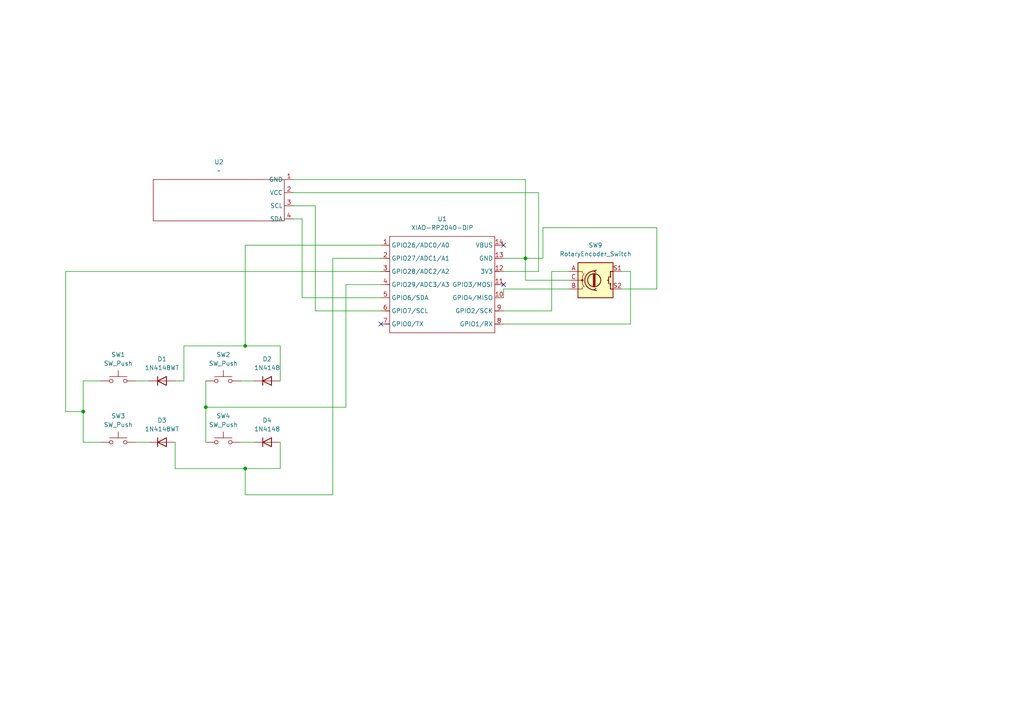
<source format=kicad_sch>
(kicad_sch
	(version 20250114)
	(generator "eeschema")
	(generator_version "9.0")
	(uuid "e1a46379-f17f-40ab-9f5d-dcbcc68f4534")
	(paper "A4")
	(lib_symbols
		(symbol "Device:RotaryEncoder_Switch"
			(pin_names
				(offset 0.254)
				(hide yes)
			)
			(exclude_from_sim no)
			(in_bom yes)
			(on_board yes)
			(property "Reference" "SW"
				(at 0 6.604 0)
				(effects
					(font
						(size 1.27 1.27)
					)
				)
			)
			(property "Value" "RotaryEncoder_Switch"
				(at 0 -6.604 0)
				(effects
					(font
						(size 1.27 1.27)
					)
				)
			)
			(property "Footprint" ""
				(at -3.81 4.064 0)
				(effects
					(font
						(size 1.27 1.27)
					)
					(hide yes)
				)
			)
			(property "Datasheet" "~"
				(at 0 6.604 0)
				(effects
					(font
						(size 1.27 1.27)
					)
					(hide yes)
				)
			)
			(property "Description" "Rotary encoder, dual channel, incremental quadrate outputs, with switch"
				(at 0 0 0)
				(effects
					(font
						(size 1.27 1.27)
					)
					(hide yes)
				)
			)
			(property "ki_keywords" "rotary switch encoder switch push button"
				(at 0 0 0)
				(effects
					(font
						(size 1.27 1.27)
					)
					(hide yes)
				)
			)
			(property "ki_fp_filters" "RotaryEncoder*Switch*"
				(at 0 0 0)
				(effects
					(font
						(size 1.27 1.27)
					)
					(hide yes)
				)
			)
			(symbol "RotaryEncoder_Switch_0_1"
				(rectangle
					(start -5.08 5.08)
					(end 5.08 -5.08)
					(stroke
						(width 0.254)
						(type default)
					)
					(fill
						(type background)
					)
				)
				(polyline
					(pts
						(xy -5.08 2.54) (xy -3.81 2.54) (xy -3.81 2.032)
					)
					(stroke
						(width 0)
						(type default)
					)
					(fill
						(type none)
					)
				)
				(polyline
					(pts
						(xy -5.08 0) (xy -3.81 0) (xy -3.81 -1.016) (xy -3.302 -2.032)
					)
					(stroke
						(width 0)
						(type default)
					)
					(fill
						(type none)
					)
				)
				(polyline
					(pts
						(xy -5.08 -2.54) (xy -3.81 -2.54) (xy -3.81 -2.032)
					)
					(stroke
						(width 0)
						(type default)
					)
					(fill
						(type none)
					)
				)
				(polyline
					(pts
						(xy -4.318 0) (xy -3.81 0) (xy -3.81 1.016) (xy -3.302 2.032)
					)
					(stroke
						(width 0)
						(type default)
					)
					(fill
						(type none)
					)
				)
				(circle
					(center -3.81 0)
					(radius 0.254)
					(stroke
						(width 0)
						(type default)
					)
					(fill
						(type outline)
					)
				)
				(polyline
					(pts
						(xy -0.635 -1.778) (xy -0.635 1.778)
					)
					(stroke
						(width 0.254)
						(type default)
					)
					(fill
						(type none)
					)
				)
				(circle
					(center -0.381 0)
					(radius 1.905)
					(stroke
						(width 0.254)
						(type default)
					)
					(fill
						(type none)
					)
				)
				(polyline
					(pts
						(xy -0.381 -1.778) (xy -0.381 1.778)
					)
					(stroke
						(width 0.254)
						(type default)
					)
					(fill
						(type none)
					)
				)
				(arc
					(start -0.381 -2.794)
					(mid -3.0988 -0.0635)
					(end -0.381 2.667)
					(stroke
						(width 0.254)
						(type default)
					)
					(fill
						(type none)
					)
				)
				(polyline
					(pts
						(xy -0.127 1.778) (xy -0.127 -1.778)
					)
					(stroke
						(width 0.254)
						(type default)
					)
					(fill
						(type none)
					)
				)
				(polyline
					(pts
						(xy 0.254 2.921) (xy -0.508 2.667) (xy 0.127 2.286)
					)
					(stroke
						(width 0.254)
						(type default)
					)
					(fill
						(type none)
					)
				)
				(polyline
					(pts
						(xy 0.254 -3.048) (xy -0.508 -2.794) (xy 0.127 -2.413)
					)
					(stroke
						(width 0.254)
						(type default)
					)
					(fill
						(type none)
					)
				)
				(polyline
					(pts
						(xy 3.81 1.016) (xy 3.81 -1.016)
					)
					(stroke
						(width 0.254)
						(type default)
					)
					(fill
						(type none)
					)
				)
				(polyline
					(pts
						(xy 3.81 0) (xy 3.429 0)
					)
					(stroke
						(width 0.254)
						(type default)
					)
					(fill
						(type none)
					)
				)
				(circle
					(center 4.318 1.016)
					(radius 0.127)
					(stroke
						(width 0.254)
						(type default)
					)
					(fill
						(type none)
					)
				)
				(circle
					(center 4.318 -1.016)
					(radius 0.127)
					(stroke
						(width 0.254)
						(type default)
					)
					(fill
						(type none)
					)
				)
				(polyline
					(pts
						(xy 5.08 2.54) (xy 4.318 2.54) (xy 4.318 1.016)
					)
					(stroke
						(width 0.254)
						(type default)
					)
					(fill
						(type none)
					)
				)
				(polyline
					(pts
						(xy 5.08 -2.54) (xy 4.318 -2.54) (xy 4.318 -1.016)
					)
					(stroke
						(width 0.254)
						(type default)
					)
					(fill
						(type none)
					)
				)
			)
			(symbol "RotaryEncoder_Switch_1_1"
				(pin passive line
					(at -7.62 2.54 0)
					(length 2.54)
					(name "A"
						(effects
							(font
								(size 1.27 1.27)
							)
						)
					)
					(number "A"
						(effects
							(font
								(size 1.27 1.27)
							)
						)
					)
				)
				(pin passive line
					(at -7.62 0 0)
					(length 2.54)
					(name "C"
						(effects
							(font
								(size 1.27 1.27)
							)
						)
					)
					(number "C"
						(effects
							(font
								(size 1.27 1.27)
							)
						)
					)
				)
				(pin passive line
					(at -7.62 -2.54 0)
					(length 2.54)
					(name "B"
						(effects
							(font
								(size 1.27 1.27)
							)
						)
					)
					(number "B"
						(effects
							(font
								(size 1.27 1.27)
							)
						)
					)
				)
				(pin passive line
					(at 7.62 2.54 180)
					(length 2.54)
					(name "S1"
						(effects
							(font
								(size 1.27 1.27)
							)
						)
					)
					(number "S1"
						(effects
							(font
								(size 1.27 1.27)
							)
						)
					)
				)
				(pin passive line
					(at 7.62 -2.54 180)
					(length 2.54)
					(name "S2"
						(effects
							(font
								(size 1.27 1.27)
							)
						)
					)
					(number "S2"
						(effects
							(font
								(size 1.27 1.27)
							)
						)
					)
				)
			)
			(embedded_fonts no)
		)
		(symbol "Diode:1N4148"
			(pin_numbers
				(hide yes)
			)
			(pin_names
				(hide yes)
			)
			(exclude_from_sim no)
			(in_bom yes)
			(on_board yes)
			(property "Reference" "D"
				(at 0 2.54 0)
				(effects
					(font
						(size 1.27 1.27)
					)
				)
			)
			(property "Value" "1N4148"
				(at 0 -2.54 0)
				(effects
					(font
						(size 1.27 1.27)
					)
				)
			)
			(property "Footprint" "Diode_THT:D_DO-35_SOD27_P7.62mm_Horizontal"
				(at 0 0 0)
				(effects
					(font
						(size 1.27 1.27)
					)
					(hide yes)
				)
			)
			(property "Datasheet" "https://assets.nexperia.com/documents/data-sheet/1N4148_1N4448.pdf"
				(at 0 0 0)
				(effects
					(font
						(size 1.27 1.27)
					)
					(hide yes)
				)
			)
			(property "Description" "100V 0.15A standard switching diode, DO-35"
				(at 0 0 0)
				(effects
					(font
						(size 1.27 1.27)
					)
					(hide yes)
				)
			)
			(property "Sim.Device" "D"
				(at 0 0 0)
				(effects
					(font
						(size 1.27 1.27)
					)
					(hide yes)
				)
			)
			(property "Sim.Pins" "1=K 2=A"
				(at 0 0 0)
				(effects
					(font
						(size 1.27 1.27)
					)
					(hide yes)
				)
			)
			(property "ki_keywords" "diode"
				(at 0 0 0)
				(effects
					(font
						(size 1.27 1.27)
					)
					(hide yes)
				)
			)
			(property "ki_fp_filters" "D*DO?35*"
				(at 0 0 0)
				(effects
					(font
						(size 1.27 1.27)
					)
					(hide yes)
				)
			)
			(symbol "1N4148_0_1"
				(polyline
					(pts
						(xy -1.27 1.27) (xy -1.27 -1.27)
					)
					(stroke
						(width 0.254)
						(type default)
					)
					(fill
						(type none)
					)
				)
				(polyline
					(pts
						(xy 1.27 1.27) (xy 1.27 -1.27) (xy -1.27 0) (xy 1.27 1.27)
					)
					(stroke
						(width 0.254)
						(type default)
					)
					(fill
						(type none)
					)
				)
				(polyline
					(pts
						(xy 1.27 0) (xy -1.27 0)
					)
					(stroke
						(width 0)
						(type default)
					)
					(fill
						(type none)
					)
				)
			)
			(symbol "1N4148_1_1"
				(pin passive line
					(at -3.81 0 0)
					(length 2.54)
					(name "K"
						(effects
							(font
								(size 1.27 1.27)
							)
						)
					)
					(number "1"
						(effects
							(font
								(size 1.27 1.27)
							)
						)
					)
				)
				(pin passive line
					(at 3.81 0 180)
					(length 2.54)
					(name "A"
						(effects
							(font
								(size 1.27 1.27)
							)
						)
					)
					(number "2"
						(effects
							(font
								(size 1.27 1.27)
							)
						)
					)
				)
			)
			(embedded_fonts no)
		)
		(symbol "Diode:1N4148WT"
			(pin_numbers
				(hide yes)
			)
			(pin_names
				(hide yes)
			)
			(exclude_from_sim no)
			(in_bom yes)
			(on_board yes)
			(property "Reference" "D"
				(at 0 2.54 0)
				(effects
					(font
						(size 1.27 1.27)
					)
				)
			)
			(property "Value" "1N4148WT"
				(at 0 -2.54 0)
				(effects
					(font
						(size 1.27 1.27)
					)
				)
			)
			(property "Footprint" "Diode_SMD:D_SOD-523"
				(at 0 -4.445 0)
				(effects
					(font
						(size 1.27 1.27)
					)
					(hide yes)
				)
			)
			(property "Datasheet" "https://www.diodes.com/assets/Datasheets/ds30396.pdf"
				(at 0 0 0)
				(effects
					(font
						(size 1.27 1.27)
					)
					(hide yes)
				)
			)
			(property "Description" "75V 0.15A Fast switching Diode, SOD-523"
				(at 0 0 0)
				(effects
					(font
						(size 1.27 1.27)
					)
					(hide yes)
				)
			)
			(property "Sim.Device" "D"
				(at 0 0 0)
				(effects
					(font
						(size 1.27 1.27)
					)
					(hide yes)
				)
			)
			(property "Sim.Pins" "1=K 2=A"
				(at 0 0 0)
				(effects
					(font
						(size 1.27 1.27)
					)
					(hide yes)
				)
			)
			(property "ki_keywords" "diode"
				(at 0 0 0)
				(effects
					(font
						(size 1.27 1.27)
					)
					(hide yes)
				)
			)
			(property "ki_fp_filters" "D*SOD?523*"
				(at 0 0 0)
				(effects
					(font
						(size 1.27 1.27)
					)
					(hide yes)
				)
			)
			(symbol "1N4148WT_0_1"
				(polyline
					(pts
						(xy -1.27 1.27) (xy -1.27 -1.27)
					)
					(stroke
						(width 0.254)
						(type default)
					)
					(fill
						(type none)
					)
				)
				(polyline
					(pts
						(xy 1.27 1.27) (xy 1.27 -1.27) (xy -1.27 0) (xy 1.27 1.27)
					)
					(stroke
						(width 0.254)
						(type default)
					)
					(fill
						(type none)
					)
				)
				(polyline
					(pts
						(xy 1.27 0) (xy -1.27 0)
					)
					(stroke
						(width 0)
						(type default)
					)
					(fill
						(type none)
					)
				)
			)
			(symbol "1N4148WT_1_1"
				(pin passive line
					(at -3.81 0 0)
					(length 2.54)
					(name "K"
						(effects
							(font
								(size 1.27 1.27)
							)
						)
					)
					(number "1"
						(effects
							(font
								(size 1.27 1.27)
							)
						)
					)
				)
				(pin passive line
					(at 3.81 0 180)
					(length 2.54)
					(name "A"
						(effects
							(font
								(size 1.27 1.27)
							)
						)
					)
					(number "2"
						(effects
							(font
								(size 1.27 1.27)
							)
						)
					)
				)
			)
			(embedded_fonts no)
		)
		(symbol "OPL LIB:OLED"
			(exclude_from_sim no)
			(in_bom yes)
			(on_board yes)
			(property "Reference" "U"
				(at 16.51 3.81 0)
				(effects
					(font
						(size 1.27 1.27)
					)
				)
			)
			(property "Value" ""
				(at 0 0 0)
				(effects
					(font
						(size 1.27 1.27)
					)
				)
			)
			(property "Footprint" ""
				(at 0 0 0)
				(effects
					(font
						(size 1.27 1.27)
					)
					(hide yes)
				)
			)
			(property "Datasheet" ""
				(at 0 0 0)
				(effects
					(font
						(size 1.27 1.27)
					)
					(hide yes)
				)
			)
			(property "Description" ""
				(at 0 0 0)
				(effects
					(font
						(size 1.27 1.27)
					)
					(hide yes)
				)
			)
			(symbol "OLED_0_1"
				(rectangle
					(start -19.05 6.35)
					(end 18.95 -5.65)
					(stroke
						(width 0)
						(type default)
					)
					(fill
						(type none)
					)
				)
			)
			(symbol "OLED_1_1"
				(pin input line
					(at 21.59 6.35 180)
					(length 2.54)
					(name "GND"
						(effects
							(font
								(size 1.27 1.27)
							)
						)
					)
					(number "1"
						(effects
							(font
								(size 1.27 1.27)
							)
						)
					)
				)
				(pin input line
					(at 21.59 2.54 180)
					(length 2.54)
					(name "VCC"
						(effects
							(font
								(size 1.27 1.27)
							)
						)
					)
					(number "2"
						(effects
							(font
								(size 1.27 1.27)
							)
						)
					)
				)
				(pin input line
					(at 21.59 -1.27 180)
					(length 2.54)
					(name "SCL"
						(effects
							(font
								(size 1.27 1.27)
							)
						)
					)
					(number "3"
						(effects
							(font
								(size 1.27 1.27)
							)
						)
					)
				)
				(pin input line
					(at 21.59 -5.08 180)
					(length 2.54)
					(name "SDA"
						(effects
							(font
								(size 1.27 1.27)
							)
						)
					)
					(number "4"
						(effects
							(font
								(size 1.27 1.27)
							)
						)
					)
				)
			)
			(embedded_fonts no)
		)
		(symbol "OPL LIB:XIAO-RP2040-DIP"
			(exclude_from_sim no)
			(in_bom yes)
			(on_board yes)
			(property "Reference" "U"
				(at 0 0 0)
				(effects
					(font
						(size 1.27 1.27)
					)
				)
			)
			(property "Value" "XIAO-RP2040-DIP"
				(at 5.334 -1.778 0)
				(effects
					(font
						(size 1.27 1.27)
					)
				)
			)
			(property "Footprint" "Module:MOUDLE14P-XIAO-DIP-SMD"
				(at 14.478 -32.258 0)
				(effects
					(font
						(size 1.27 1.27)
					)
					(hide yes)
				)
			)
			(property "Datasheet" ""
				(at 0 0 0)
				(effects
					(font
						(size 1.27 1.27)
					)
					(hide yes)
				)
			)
			(property "Description" ""
				(at 0 0 0)
				(effects
					(font
						(size 1.27 1.27)
					)
					(hide yes)
				)
			)
			(symbol "XIAO-RP2040-DIP_1_0"
				(polyline
					(pts
						(xy -1.27 -2.54) (xy 29.21 -2.54)
					)
					(stroke
						(width 0.1524)
						(type solid)
					)
					(fill
						(type none)
					)
				)
				(polyline
					(pts
						(xy -1.27 -5.08) (xy -2.54 -5.08)
					)
					(stroke
						(width 0.1524)
						(type solid)
					)
					(fill
						(type none)
					)
				)
				(polyline
					(pts
						(xy -1.27 -5.08) (xy -1.27 -2.54)
					)
					(stroke
						(width 0.1524)
						(type solid)
					)
					(fill
						(type none)
					)
				)
				(polyline
					(pts
						(xy -1.27 -8.89) (xy -2.54 -8.89)
					)
					(stroke
						(width 0.1524)
						(type solid)
					)
					(fill
						(type none)
					)
				)
				(polyline
					(pts
						(xy -1.27 -8.89) (xy -1.27 -5.08)
					)
					(stroke
						(width 0.1524)
						(type solid)
					)
					(fill
						(type none)
					)
				)
				(polyline
					(pts
						(xy -1.27 -12.7) (xy -2.54 -12.7)
					)
					(stroke
						(width 0.1524)
						(type solid)
					)
					(fill
						(type none)
					)
				)
				(polyline
					(pts
						(xy -1.27 -12.7) (xy -1.27 -8.89)
					)
					(stroke
						(width 0.1524)
						(type solid)
					)
					(fill
						(type none)
					)
				)
				(polyline
					(pts
						(xy -1.27 -16.51) (xy -2.54 -16.51)
					)
					(stroke
						(width 0.1524)
						(type solid)
					)
					(fill
						(type none)
					)
				)
				(polyline
					(pts
						(xy -1.27 -16.51) (xy -1.27 -12.7)
					)
					(stroke
						(width 0.1524)
						(type solid)
					)
					(fill
						(type none)
					)
				)
				(polyline
					(pts
						(xy -1.27 -20.32) (xy -2.54 -20.32)
					)
					(stroke
						(width 0.1524)
						(type solid)
					)
					(fill
						(type none)
					)
				)
				(polyline
					(pts
						(xy -1.27 -24.13) (xy -2.54 -24.13)
					)
					(stroke
						(width 0.1524)
						(type solid)
					)
					(fill
						(type none)
					)
				)
				(polyline
					(pts
						(xy -1.27 -27.94) (xy -2.54 -27.94)
					)
					(stroke
						(width 0.1524)
						(type solid)
					)
					(fill
						(type none)
					)
				)
				(polyline
					(pts
						(xy -1.27 -30.48) (xy -1.27 -16.51)
					)
					(stroke
						(width 0.1524)
						(type solid)
					)
					(fill
						(type none)
					)
				)
				(polyline
					(pts
						(xy 29.21 -2.54) (xy 29.21 -5.08)
					)
					(stroke
						(width 0.1524)
						(type solid)
					)
					(fill
						(type none)
					)
				)
				(polyline
					(pts
						(xy 29.21 -5.08) (xy 29.21 -8.89)
					)
					(stroke
						(width 0.1524)
						(type solid)
					)
					(fill
						(type none)
					)
				)
				(polyline
					(pts
						(xy 29.21 -8.89) (xy 29.21 -12.7)
					)
					(stroke
						(width 0.1524)
						(type solid)
					)
					(fill
						(type none)
					)
				)
				(polyline
					(pts
						(xy 29.21 -12.7) (xy 29.21 -30.48)
					)
					(stroke
						(width 0.1524)
						(type solid)
					)
					(fill
						(type none)
					)
				)
				(polyline
					(pts
						(xy 29.21 -30.48) (xy -1.27 -30.48)
					)
					(stroke
						(width 0.1524)
						(type solid)
					)
					(fill
						(type none)
					)
				)
				(polyline
					(pts
						(xy 30.48 -5.08) (xy 29.21 -5.08)
					)
					(stroke
						(width 0.1524)
						(type solid)
					)
					(fill
						(type none)
					)
				)
				(polyline
					(pts
						(xy 30.48 -8.89) (xy 29.21 -8.89)
					)
					(stroke
						(width 0.1524)
						(type solid)
					)
					(fill
						(type none)
					)
				)
				(polyline
					(pts
						(xy 30.48 -12.7) (xy 29.21 -12.7)
					)
					(stroke
						(width 0.1524)
						(type solid)
					)
					(fill
						(type none)
					)
				)
				(polyline
					(pts
						(xy 30.48 -16.51) (xy 29.21 -16.51)
					)
					(stroke
						(width 0.1524)
						(type solid)
					)
					(fill
						(type none)
					)
				)
				(polyline
					(pts
						(xy 30.48 -20.32) (xy 29.21 -20.32)
					)
					(stroke
						(width 0.1524)
						(type solid)
					)
					(fill
						(type none)
					)
				)
				(polyline
					(pts
						(xy 30.48 -24.13) (xy 29.21 -24.13)
					)
					(stroke
						(width 0.1524)
						(type solid)
					)
					(fill
						(type none)
					)
				)
				(polyline
					(pts
						(xy 30.48 -27.94) (xy 29.21 -27.94)
					)
					(stroke
						(width 0.1524)
						(type solid)
					)
					(fill
						(type none)
					)
				)
				(pin passive line
					(at -3.81 -5.08 0)
					(length 2.54)
					(name "GPIO26/ADC0/A0"
						(effects
							(font
								(size 1.27 1.27)
							)
						)
					)
					(number "1"
						(effects
							(font
								(size 1.27 1.27)
							)
						)
					)
				)
				(pin passive line
					(at -3.81 -8.89 0)
					(length 2.54)
					(name "GPIO27/ADC1/A1"
						(effects
							(font
								(size 1.27 1.27)
							)
						)
					)
					(number "2"
						(effects
							(font
								(size 1.27 1.27)
							)
						)
					)
				)
				(pin passive line
					(at -3.81 -12.7 0)
					(length 2.54)
					(name "GPIO28/ADC2/A2"
						(effects
							(font
								(size 1.27 1.27)
							)
						)
					)
					(number "3"
						(effects
							(font
								(size 1.27 1.27)
							)
						)
					)
				)
				(pin passive line
					(at -3.81 -16.51 0)
					(length 2.54)
					(name "GPIO29/ADC3/A3"
						(effects
							(font
								(size 1.27 1.27)
							)
						)
					)
					(number "4"
						(effects
							(font
								(size 1.27 1.27)
							)
						)
					)
				)
				(pin passive line
					(at -3.81 -20.32 0)
					(length 2.54)
					(name "GPIO6/SDA"
						(effects
							(font
								(size 1.27 1.27)
							)
						)
					)
					(number "5"
						(effects
							(font
								(size 1.27 1.27)
							)
						)
					)
				)
				(pin passive line
					(at -3.81 -24.13 0)
					(length 2.54)
					(name "GPIO7/SCL"
						(effects
							(font
								(size 1.27 1.27)
							)
						)
					)
					(number "6"
						(effects
							(font
								(size 1.27 1.27)
							)
						)
					)
				)
				(pin passive line
					(at -3.81 -27.94 0)
					(length 2.54)
					(name "GPIO0/TX"
						(effects
							(font
								(size 1.27 1.27)
							)
						)
					)
					(number "7"
						(effects
							(font
								(size 1.27 1.27)
							)
						)
					)
				)
				(pin passive line
					(at 31.75 -5.08 180)
					(length 2.54)
					(name "VBUS"
						(effects
							(font
								(size 1.27 1.27)
							)
						)
					)
					(number "14"
						(effects
							(font
								(size 1.27 1.27)
							)
						)
					)
				)
				(pin passive line
					(at 31.75 -8.89 180)
					(length 2.54)
					(name "GND"
						(effects
							(font
								(size 1.27 1.27)
							)
						)
					)
					(number "13"
						(effects
							(font
								(size 1.27 1.27)
							)
						)
					)
				)
				(pin passive line
					(at 31.75 -12.7 180)
					(length 2.54)
					(name "3V3"
						(effects
							(font
								(size 1.27 1.27)
							)
						)
					)
					(number "12"
						(effects
							(font
								(size 1.27 1.27)
							)
						)
					)
				)
				(pin passive line
					(at 31.75 -16.51 180)
					(length 2.54)
					(name "GPIO3/MOSI"
						(effects
							(font
								(size 1.27 1.27)
							)
						)
					)
					(number "11"
						(effects
							(font
								(size 1.27 1.27)
							)
						)
					)
				)
				(pin passive line
					(at 31.75 -20.32 180)
					(length 2.54)
					(name "GPIO4/MISO"
						(effects
							(font
								(size 1.27 1.27)
							)
						)
					)
					(number "10"
						(effects
							(font
								(size 1.27 1.27)
							)
						)
					)
				)
				(pin passive line
					(at 31.75 -24.13 180)
					(length 2.54)
					(name "GPIO2/SCK"
						(effects
							(font
								(size 1.27 1.27)
							)
						)
					)
					(number "9"
						(effects
							(font
								(size 1.27 1.27)
							)
						)
					)
				)
				(pin passive line
					(at 31.75 -27.94 180)
					(length 2.54)
					(name "GPIO1/RX"
						(effects
							(font
								(size 1.27 1.27)
							)
						)
					)
					(number "8"
						(effects
							(font
								(size 1.27 1.27)
							)
						)
					)
				)
			)
			(embedded_fonts no)
		)
		(symbol "Switch:SW_Push"
			(pin_numbers
				(hide yes)
			)
			(pin_names
				(offset 1.016)
				(hide yes)
			)
			(exclude_from_sim no)
			(in_bom yes)
			(on_board yes)
			(property "Reference" "SW"
				(at 1.27 2.54 0)
				(effects
					(font
						(size 1.27 1.27)
					)
					(justify left)
				)
			)
			(property "Value" "SW_Push"
				(at 0 -1.524 0)
				(effects
					(font
						(size 1.27 1.27)
					)
				)
			)
			(property "Footprint" ""
				(at 0 5.08 0)
				(effects
					(font
						(size 1.27 1.27)
					)
					(hide yes)
				)
			)
			(property "Datasheet" "~"
				(at 0 5.08 0)
				(effects
					(font
						(size 1.27 1.27)
					)
					(hide yes)
				)
			)
			(property "Description" "Push button switch, generic, two pins"
				(at 0 0 0)
				(effects
					(font
						(size 1.27 1.27)
					)
					(hide yes)
				)
			)
			(property "ki_keywords" "switch normally-open pushbutton push-button"
				(at 0 0 0)
				(effects
					(font
						(size 1.27 1.27)
					)
					(hide yes)
				)
			)
			(symbol "SW_Push_0_1"
				(circle
					(center -2.032 0)
					(radius 0.508)
					(stroke
						(width 0)
						(type default)
					)
					(fill
						(type none)
					)
				)
				(polyline
					(pts
						(xy 0 1.27) (xy 0 3.048)
					)
					(stroke
						(width 0)
						(type default)
					)
					(fill
						(type none)
					)
				)
				(circle
					(center 2.032 0)
					(radius 0.508)
					(stroke
						(width 0)
						(type default)
					)
					(fill
						(type none)
					)
				)
				(polyline
					(pts
						(xy 2.54 1.27) (xy -2.54 1.27)
					)
					(stroke
						(width 0)
						(type default)
					)
					(fill
						(type none)
					)
				)
				(pin passive line
					(at -5.08 0 0)
					(length 2.54)
					(name "1"
						(effects
							(font
								(size 1.27 1.27)
							)
						)
					)
					(number "1"
						(effects
							(font
								(size 1.27 1.27)
							)
						)
					)
				)
				(pin passive line
					(at 5.08 0 180)
					(length 2.54)
					(name "2"
						(effects
							(font
								(size 1.27 1.27)
							)
						)
					)
					(number "2"
						(effects
							(font
								(size 1.27 1.27)
							)
						)
					)
				)
			)
			(embedded_fonts no)
		)
	)
	(junction
		(at 71.12 100.33)
		(diameter 0)
		(color 0 0 0 0)
		(uuid "1cad6280-9156-4153-8564-de2003d9b621")
	)
	(junction
		(at 71.12 135.89)
		(diameter 0)
		(color 0 0 0 0)
		(uuid "4a5713b9-5c36-467d-974e-bac6cb24ef97")
	)
	(junction
		(at 24.13 119.38)
		(diameter 0)
		(color 0 0 0 0)
		(uuid "7499b0e7-fed3-4fe9-a2e0-80267e9d8fcb")
	)
	(junction
		(at 59.69 118.11)
		(diameter 0)
		(color 0 0 0 0)
		(uuid "82136313-5894-4dd7-9757-e35e571c2d23")
	)
	(junction
		(at 152.4 74.93)
		(diameter 0)
		(color 0 0 0 0)
		(uuid "9acdde4d-a3bf-4f6b-98d1-4acc6f3a2cdf")
	)
	(no_connect
		(at 146.05 82.55)
		(uuid "7c8bcbe2-b3b6-4311-8891-41bd08d49288")
	)
	(no_connect
		(at 146.05 71.12)
		(uuid "a2862c4a-9b2c-455b-8fc5-5dc010361882")
	)
	(no_connect
		(at 110.49 93.98)
		(uuid "a85e5663-a4c8-454f-8d52-5a161b81e94a")
	)
	(wire
		(pts
			(xy 156.21 55.88) (xy 85.09 55.88)
		)
		(stroke
			(width 0)
			(type default)
		)
		(uuid "01f427f4-2c1f-44a4-b179-86c31d022c12")
	)
	(wire
		(pts
			(xy 39.37 128.27) (xy 43.18 128.27)
		)
		(stroke
			(width 0)
			(type default)
		)
		(uuid "02c6e5a5-d9d2-4ebb-b3d4-a88352c7537e")
	)
	(wire
		(pts
			(xy 71.12 71.12) (xy 71.12 100.33)
		)
		(stroke
			(width 0)
			(type default)
		)
		(uuid "0543b4d8-814a-41fd-9159-bfdf653f0fe1")
	)
	(wire
		(pts
			(xy 81.28 100.33) (xy 81.28 110.49)
		)
		(stroke
			(width 0)
			(type default)
		)
		(uuid "0e93bb33-bf42-498c-83af-9a114c31b5ac")
	)
	(wire
		(pts
			(xy 71.12 100.33) (xy 81.28 100.33)
		)
		(stroke
			(width 0)
			(type default)
		)
		(uuid "115d5c2f-8e4f-4489-b985-b6a535797e5f")
	)
	(wire
		(pts
			(xy 110.49 74.93) (xy 96.52 74.93)
		)
		(stroke
			(width 0)
			(type default)
		)
		(uuid "289e954d-0c21-4c1b-8896-9bfb115b8f94")
	)
	(wire
		(pts
			(xy 19.05 78.74) (xy 19.05 119.38)
		)
		(stroke
			(width 0)
			(type default)
		)
		(uuid "2d9e22cb-fa6d-426d-985e-0f66e2beb807")
	)
	(wire
		(pts
			(xy 69.85 110.49) (xy 73.66 110.49)
		)
		(stroke
			(width 0)
			(type default)
		)
		(uuid "310f6dd0-2c87-4ea0-a52f-9adaa8d574d2")
	)
	(wire
		(pts
			(xy 50.8 135.89) (xy 71.12 135.89)
		)
		(stroke
			(width 0)
			(type default)
		)
		(uuid "324b4c5f-677e-4ba3-9262-fd17ea67eb8e")
	)
	(wire
		(pts
			(xy 85.09 52.07) (xy 152.4 52.07)
		)
		(stroke
			(width 0)
			(type default)
		)
		(uuid "3871880f-762c-43ca-92b5-7fa519913bb8")
	)
	(wire
		(pts
			(xy 87.63 63.5) (xy 85.09 63.5)
		)
		(stroke
			(width 0)
			(type default)
		)
		(uuid "42476693-c28c-4301-bacb-b86642f8cc78")
	)
	(wire
		(pts
			(xy 81.28 135.89) (xy 81.28 128.27)
		)
		(stroke
			(width 0)
			(type default)
		)
		(uuid "42601e70-be32-4aac-93e2-021ee89d0108")
	)
	(wire
		(pts
			(xy 157.48 66.04) (xy 157.48 74.93)
		)
		(stroke
			(width 0)
			(type default)
		)
		(uuid "464063d6-a340-4f33-b61e-a5660ef89ec3")
	)
	(wire
		(pts
			(xy 165.1 83.82) (xy 146.05 83.82)
		)
		(stroke
			(width 0)
			(type default)
		)
		(uuid "485ef342-3045-4673-afdc-4142897b886e")
	)
	(wire
		(pts
			(xy 152.4 74.93) (xy 146.05 74.93)
		)
		(stroke
			(width 0)
			(type default)
		)
		(uuid "4f023189-510c-465d-89b1-453b763ea3ce")
	)
	(wire
		(pts
			(xy 146.05 78.74) (xy 156.21 78.74)
		)
		(stroke
			(width 0)
			(type default)
		)
		(uuid "4fbf0378-5e26-4c28-9cd1-c47989edc16e")
	)
	(wire
		(pts
			(xy 50.8 128.27) (xy 50.8 135.89)
		)
		(stroke
			(width 0)
			(type default)
		)
		(uuid "535c11db-269a-4034-9e30-52e8f9c1e2a4")
	)
	(wire
		(pts
			(xy 165.1 81.28) (xy 152.4 81.28)
		)
		(stroke
			(width 0)
			(type default)
		)
		(uuid "587cf822-9492-4a5b-bffb-844d77f2e03b")
	)
	(wire
		(pts
			(xy 182.88 93.98) (xy 146.05 93.98)
		)
		(stroke
			(width 0)
			(type default)
		)
		(uuid "59b86a05-7700-4f8e-972d-657d38830829")
	)
	(wire
		(pts
			(xy 180.34 83.82) (xy 190.5 83.82)
		)
		(stroke
			(width 0)
			(type default)
		)
		(uuid "5a71f91d-06ff-438d-a56a-99151c629d06")
	)
	(wire
		(pts
			(xy 50.8 110.49) (xy 53.34 110.49)
		)
		(stroke
			(width 0)
			(type default)
		)
		(uuid "5ce3088d-64dd-41d9-83a5-ccf59529e117")
	)
	(wire
		(pts
			(xy 87.63 86.36) (xy 87.63 63.5)
		)
		(stroke
			(width 0)
			(type default)
		)
		(uuid "5d0cf401-33b3-4abe-883c-2de87f1152b0")
	)
	(wire
		(pts
			(xy 160.02 90.17) (xy 146.05 90.17)
		)
		(stroke
			(width 0)
			(type default)
		)
		(uuid "6e8c5a33-d8bd-4e58-bf78-821715b2a752")
	)
	(wire
		(pts
			(xy 96.52 74.93) (xy 96.52 143.51)
		)
		(stroke
			(width 0)
			(type default)
		)
		(uuid "6e8d2932-e63e-40e2-9667-14f27ab3d45e")
	)
	(wire
		(pts
			(xy 19.05 119.38) (xy 24.13 119.38)
		)
		(stroke
			(width 0)
			(type default)
		)
		(uuid "6eb8e785-0926-492a-9625-91529d9fb57d")
	)
	(wire
		(pts
			(xy 146.05 83.82) (xy 146.05 86.36)
		)
		(stroke
			(width 0)
			(type default)
		)
		(uuid "6ed55f4e-d276-43eb-b10b-37fe2656736d")
	)
	(wire
		(pts
			(xy 24.13 110.49) (xy 24.13 119.38)
		)
		(stroke
			(width 0)
			(type default)
		)
		(uuid "71c6dfa6-ed32-429d-8835-0f4808bc879c")
	)
	(wire
		(pts
			(xy 59.69 118.11) (xy 59.69 128.27)
		)
		(stroke
			(width 0)
			(type default)
		)
		(uuid "7375ce66-9fee-44d0-978d-61a1abc612d3")
	)
	(wire
		(pts
			(xy 190.5 66.04) (xy 157.48 66.04)
		)
		(stroke
			(width 0)
			(type default)
		)
		(uuid "7a590dd7-ecaa-49bb-b9fb-c98d67a2ec04")
	)
	(wire
		(pts
			(xy 24.13 128.27) (xy 29.21 128.27)
		)
		(stroke
			(width 0)
			(type default)
		)
		(uuid "864eed6b-c702-404c-a421-eabe3fbc61de")
	)
	(wire
		(pts
			(xy 69.85 128.27) (xy 73.66 128.27)
		)
		(stroke
			(width 0)
			(type default)
		)
		(uuid "901a2b83-7e3d-4757-bb22-8ce9afe74703")
	)
	(wire
		(pts
			(xy 157.48 74.93) (xy 152.4 74.93)
		)
		(stroke
			(width 0)
			(type default)
		)
		(uuid "93424157-7f25-41e1-9759-03cf25f57bdf")
	)
	(wire
		(pts
			(xy 152.4 81.28) (xy 152.4 74.93)
		)
		(stroke
			(width 0)
			(type default)
		)
		(uuid "9522d6ac-98d7-4a6a-8d98-fb0a8b5338ae")
	)
	(wire
		(pts
			(xy 39.37 110.49) (xy 43.18 110.49)
		)
		(stroke
			(width 0)
			(type default)
		)
		(uuid "99f6b7fd-88e3-42b5-bdc6-653926a31984")
	)
	(wire
		(pts
			(xy 59.69 110.49) (xy 59.69 118.11)
		)
		(stroke
			(width 0)
			(type default)
		)
		(uuid "a651bb5c-a86e-4da3-8447-72a86b61f80f")
	)
	(wire
		(pts
			(xy 71.12 135.89) (xy 81.28 135.89)
		)
		(stroke
			(width 0)
			(type default)
		)
		(uuid "b889ef27-829f-4a5f-85fc-316bd0ec0f6c")
	)
	(wire
		(pts
			(xy 152.4 52.07) (xy 152.4 74.93)
		)
		(stroke
			(width 0)
			(type default)
		)
		(uuid "ba76c163-3ce2-44cb-b8dd-dc5662c5bab1")
	)
	(wire
		(pts
			(xy 182.88 78.74) (xy 182.88 93.98)
		)
		(stroke
			(width 0)
			(type default)
		)
		(uuid "becabc00-a016-4f3e-9564-bf2bc6c75ad0")
	)
	(wire
		(pts
			(xy 110.49 90.17) (xy 91.44 90.17)
		)
		(stroke
			(width 0)
			(type default)
		)
		(uuid "bfd2aae2-d929-400b-aa14-20810f7371f3")
	)
	(wire
		(pts
			(xy 71.12 143.51) (xy 71.12 135.89)
		)
		(stroke
			(width 0)
			(type default)
		)
		(uuid "c2ef3bb7-d27e-4ed3-88b9-a4cc3cebaf10")
	)
	(wire
		(pts
			(xy 110.49 82.55) (xy 100.33 82.55)
		)
		(stroke
			(width 0)
			(type default)
		)
		(uuid "c5125188-04e5-4666-8d27-2be5df4ba636")
	)
	(wire
		(pts
			(xy 91.44 59.69) (xy 85.09 59.69)
		)
		(stroke
			(width 0)
			(type default)
		)
		(uuid "c61b14e3-d70a-483b-89d5-cf883d8b9210")
	)
	(wire
		(pts
			(xy 53.34 100.33) (xy 71.12 100.33)
		)
		(stroke
			(width 0)
			(type default)
		)
		(uuid "c8e44194-8e35-46c5-9108-7f9443c89c65")
	)
	(wire
		(pts
			(xy 29.21 110.49) (xy 24.13 110.49)
		)
		(stroke
			(width 0)
			(type default)
		)
		(uuid "caab5a38-4b06-45a2-afa9-2fe6bd8446fa")
	)
	(wire
		(pts
			(xy 110.49 71.12) (xy 71.12 71.12)
		)
		(stroke
			(width 0)
			(type default)
		)
		(uuid "cd722d4a-1bd7-48a1-8c08-e46c3f9ad6eb")
	)
	(wire
		(pts
			(xy 96.52 143.51) (xy 71.12 143.51)
		)
		(stroke
			(width 0)
			(type default)
		)
		(uuid "cd9ada30-0e72-4129-9c04-5fac1115e7e6")
	)
	(wire
		(pts
			(xy 24.13 119.38) (xy 24.13 128.27)
		)
		(stroke
			(width 0)
			(type default)
		)
		(uuid "ce268a23-f861-406c-b8d9-7892dcb0678f")
	)
	(wire
		(pts
			(xy 165.1 78.74) (xy 160.02 78.74)
		)
		(stroke
			(width 0)
			(type default)
		)
		(uuid "dc61cf1a-411b-4640-9384-0257b7841551")
	)
	(wire
		(pts
			(xy 160.02 78.74) (xy 160.02 90.17)
		)
		(stroke
			(width 0)
			(type default)
		)
		(uuid "e03fd064-0955-4455-9466-7236377e2864")
	)
	(wire
		(pts
			(xy 110.49 78.74) (xy 19.05 78.74)
		)
		(stroke
			(width 0)
			(type default)
		)
		(uuid "e4402b28-f109-4609-b65b-e458aa3d3213")
	)
	(wire
		(pts
			(xy 53.34 110.49) (xy 53.34 100.33)
		)
		(stroke
			(width 0)
			(type default)
		)
		(uuid "e6c34b09-49b0-43af-893a-e805ae6ac615")
	)
	(wire
		(pts
			(xy 190.5 83.82) (xy 190.5 66.04)
		)
		(stroke
			(width 0)
			(type default)
		)
		(uuid "ed2a2e7c-b125-45a0-8541-a7c86c12e46d")
	)
	(wire
		(pts
			(xy 91.44 90.17) (xy 91.44 59.69)
		)
		(stroke
			(width 0)
			(type default)
		)
		(uuid "ed69f545-954b-4720-927b-3d246ebfabec")
	)
	(wire
		(pts
			(xy 180.34 78.74) (xy 182.88 78.74)
		)
		(stroke
			(width 0)
			(type default)
		)
		(uuid "f94851d8-358d-4c4e-aa80-d92e0f8b758a")
	)
	(wire
		(pts
			(xy 156.21 78.74) (xy 156.21 55.88)
		)
		(stroke
			(width 0)
			(type default)
		)
		(uuid "fa5412da-2e2f-413a-8afb-8199ac4730ee")
	)
	(wire
		(pts
			(xy 110.49 86.36) (xy 87.63 86.36)
		)
		(stroke
			(width 0)
			(type default)
		)
		(uuid "fb5e818c-feae-4913-96f0-30a0a3781daf")
	)
	(wire
		(pts
			(xy 100.33 82.55) (xy 100.33 118.11)
		)
		(stroke
			(width 0)
			(type default)
		)
		(uuid "fb674fea-65d5-40b3-84cf-8473ff128cbf")
	)
	(wire
		(pts
			(xy 100.33 118.11) (xy 59.69 118.11)
		)
		(stroke
			(width 0)
			(type default)
		)
		(uuid "ffbaf19a-10fb-4244-97e1-9b75f2df6aa8")
	)
	(symbol
		(lib_id "OPL LIB:OLED")
		(at 63.5 58.42 0)
		(unit 1)
		(exclude_from_sim no)
		(in_bom yes)
		(on_board yes)
		(dnp no)
		(fields_autoplaced yes)
		(uuid "02ce8efa-e86f-47f1-90dd-1f59d728b232")
		(property "Reference" "U2"
			(at 63.5 46.99 0)
			(effects
				(font
					(size 1.27 1.27)
				)
			)
		)
		(property "Value" "~"
			(at 63.5 49.53 0)
			(effects
				(font
					(size 1.27 1.27)
				)
			)
		)
		(property "Footprint" "OLED:SSD1306-0.91-OLED-4pin-128x32"
			(at 63.5 58.42 0)
			(effects
				(font
					(size 1.27 1.27)
				)
				(hide yes)
			)
		)
		(property "Datasheet" ""
			(at 63.5 58.42 0)
			(effects
				(font
					(size 1.27 1.27)
				)
				(hide yes)
			)
		)
		(property "Description" ""
			(at 63.5 58.42 0)
			(effects
				(font
					(size 1.27 1.27)
				)
				(hide yes)
			)
		)
		(pin "1"
			(uuid "ad5d89d7-731f-4b83-9bb3-005f9c7ee16c")
		)
		(pin "2"
			(uuid "def92190-56e3-4a21-bd16-888803171375")
		)
		(pin "3"
			(uuid "a6e2319e-a1a4-4bd0-b651-3a5441053eae")
		)
		(pin "4"
			(uuid "6714e85d-7745-48ac-9487-a84d650b8488")
		)
		(instances
			(project ""
				(path "/e1a46379-f17f-40ab-9f5d-dcbcc68f4534"
					(reference "U2")
					(unit 1)
				)
			)
		)
	)
	(symbol
		(lib_id "Diode:1N4148")
		(at 77.47 110.49 0)
		(unit 1)
		(exclude_from_sim no)
		(in_bom yes)
		(on_board yes)
		(dnp no)
		(fields_autoplaced yes)
		(uuid "06cabd3d-59f7-4cad-bb2c-cc6f17871eab")
		(property "Reference" "D2"
			(at 77.47 104.14 0)
			(effects
				(font
					(size 1.27 1.27)
				)
			)
		)
		(property "Value" "1N4148"
			(at 77.47 106.68 0)
			(effects
				(font
					(size 1.27 1.27)
				)
			)
		)
		(property "Footprint" "Diode_THT:D_DO-35_SOD27_P7.62mm_Horizontal"
			(at 77.47 110.49 0)
			(effects
				(font
					(size 1.27 1.27)
				)
				(hide yes)
			)
		)
		(property "Datasheet" "https://assets.nexperia.com/documents/data-sheet/1N4148_1N4448.pdf"
			(at 77.47 110.49 0)
			(effects
				(font
					(size 1.27 1.27)
				)
				(hide yes)
			)
		)
		(property "Description" "100V 0.15A standard switching diode, DO-35"
			(at 77.47 110.49 0)
			(effects
				(font
					(size 1.27 1.27)
				)
				(hide yes)
			)
		)
		(property "Sim.Device" "D"
			(at 77.47 110.49 0)
			(effects
				(font
					(size 1.27 1.27)
				)
				(hide yes)
			)
		)
		(property "Sim.Pins" "1=K 2=A"
			(at 77.47 110.49 0)
			(effects
				(font
					(size 1.27 1.27)
				)
				(hide yes)
			)
		)
		(pin "2"
			(uuid "d7d746a8-1ce7-4232-9c68-ca7e2baceab7")
		)
		(pin "1"
			(uuid "31fa1e52-e406-48f1-a8a2-6c7587e75bd9")
		)
		(instances
			(project ""
				(path "/e1a46379-f17f-40ab-9f5d-dcbcc68f4534"
					(reference "D2")
					(unit 1)
				)
			)
		)
	)
	(symbol
		(lib_id "OPL LIB:XIAO-RP2040-DIP")
		(at 114.3 66.04 0)
		(unit 1)
		(exclude_from_sim no)
		(in_bom yes)
		(on_board yes)
		(dnp no)
		(fields_autoplaced yes)
		(uuid "079b862a-02cd-4e51-873d-9360e2029922")
		(property "Reference" "U1"
			(at 128.27 63.5 0)
			(effects
				(font
					(size 1.27 1.27)
				)
			)
		)
		(property "Value" "XIAO-RP2040-DIP"
			(at 128.27 66.04 0)
			(effects
				(font
					(size 1.27 1.27)
				)
			)
		)
		(property "Footprint" "OPL:XIAO-RP2040-DIP"
			(at 128.778 98.298 0)
			(effects
				(font
					(size 1.27 1.27)
				)
				(hide yes)
			)
		)
		(property "Datasheet" ""
			(at 114.3 66.04 0)
			(effects
				(font
					(size 1.27 1.27)
				)
				(hide yes)
			)
		)
		(property "Description" ""
			(at 114.3 66.04 0)
			(effects
				(font
					(size 1.27 1.27)
				)
				(hide yes)
			)
		)
		(pin "9"
			(uuid "7a2202ac-833a-4e9a-98eb-4a7b4b4c26f0")
		)
		(pin "4"
			(uuid "32f122d5-4ce8-45a1-9f61-0084c6df4df4")
		)
		(pin "3"
			(uuid "ed28acc6-a06e-4e67-bbbc-50e7238968ca")
		)
		(pin "1"
			(uuid "58235cf3-67a5-49da-9fce-c72517dcf783")
		)
		(pin "5"
			(uuid "7f8a4400-9da9-4806-8acc-d0968ae74bac")
		)
		(pin "7"
			(uuid "0c91f998-636a-4f18-b476-d353e26622b5")
		)
		(pin "14"
			(uuid "d7fe1f4a-3cd0-4bc7-b6cd-8584ca6159fd")
		)
		(pin "13"
			(uuid "af6c1cba-aaef-45e7-b74f-7ac6c8f67403")
		)
		(pin "2"
			(uuid "a4d847bc-5427-4823-b203-9c14ce034062")
		)
		(pin "12"
			(uuid "f391dcc3-be54-4be7-b64a-e6b6adc13ae5")
		)
		(pin "11"
			(uuid "da58354e-402f-4339-88a8-54f8c7960ede")
		)
		(pin "10"
			(uuid "9e0c002b-aaeb-440d-95fa-c48164a17a94")
		)
		(pin "6"
			(uuid "f01a87ad-7988-40bc-a352-fc9a1b66bc66")
		)
		(pin "8"
			(uuid "fb47405b-ef78-4e1d-9f30-727d34e6a506")
		)
		(instances
			(project ""
				(path "/e1a46379-f17f-40ab-9f5d-dcbcc68f4534"
					(reference "U1")
					(unit 1)
				)
			)
		)
	)
	(symbol
		(lib_id "Switch:SW_Push")
		(at 34.29 110.49 0)
		(unit 1)
		(exclude_from_sim no)
		(in_bom yes)
		(on_board yes)
		(dnp no)
		(fields_autoplaced yes)
		(uuid "43deef46-c83a-4861-834a-cad108974e03")
		(property "Reference" "SW1"
			(at 34.29 102.87 0)
			(effects
				(font
					(size 1.27 1.27)
				)
			)
		)
		(property "Value" "SW_Push"
			(at 34.29 105.41 0)
			(effects
				(font
					(size 1.27 1.27)
				)
			)
		)
		(property "Footprint" "Button_Switch_Keyboard:SW_Cherry_MX_1.00u_PCB"
			(at 34.29 105.41 0)
			(effects
				(font
					(size 1.27 1.27)
				)
				(hide yes)
			)
		)
		(property "Datasheet" "~"
			(at 34.29 105.41 0)
			(effects
				(font
					(size 1.27 1.27)
				)
				(hide yes)
			)
		)
		(property "Description" "Push button switch, generic, two pins"
			(at 34.29 110.49 0)
			(effects
				(font
					(size 1.27 1.27)
				)
				(hide yes)
			)
		)
		(pin "1"
			(uuid "5a176be5-304b-4ecb-84ed-96c2db4ae7a8")
		)
		(pin "2"
			(uuid "ca53b488-e32c-40ce-97d2-300970f08064")
		)
		(instances
			(project ""
				(path "/e1a46379-f17f-40ab-9f5d-dcbcc68f4534"
					(reference "SW1")
					(unit 1)
				)
			)
		)
	)
	(symbol
		(lib_id "Diode:1N4148")
		(at 77.47 128.27 0)
		(unit 1)
		(exclude_from_sim no)
		(in_bom yes)
		(on_board yes)
		(dnp no)
		(fields_autoplaced yes)
		(uuid "5c3d726d-58ff-4016-986c-b087dddd334b")
		(property "Reference" "D4"
			(at 77.47 121.92 0)
			(effects
				(font
					(size 1.27 1.27)
				)
			)
		)
		(property "Value" "1N4148"
			(at 77.47 124.46 0)
			(effects
				(font
					(size 1.27 1.27)
				)
			)
		)
		(property "Footprint" "Diode_THT:D_DO-35_SOD27_P7.62mm_Horizontal"
			(at 77.47 128.27 0)
			(effects
				(font
					(size 1.27 1.27)
				)
				(hide yes)
			)
		)
		(property "Datasheet" "https://assets.nexperia.com/documents/data-sheet/1N4148_1N4448.pdf"
			(at 77.47 128.27 0)
			(effects
				(font
					(size 1.27 1.27)
				)
				(hide yes)
			)
		)
		(property "Description" "100V 0.15A standard switching diode, DO-35"
			(at 77.47 128.27 0)
			(effects
				(font
					(size 1.27 1.27)
				)
				(hide yes)
			)
		)
		(property "Sim.Device" "D"
			(at 77.47 128.27 0)
			(effects
				(font
					(size 1.27 1.27)
				)
				(hide yes)
			)
		)
		(property "Sim.Pins" "1=K 2=A"
			(at 77.47 128.27 0)
			(effects
				(font
					(size 1.27 1.27)
				)
				(hide yes)
			)
		)
		(pin "2"
			(uuid "37905b3b-030f-4bfe-b704-4c0b0a516436")
		)
		(pin "1"
			(uuid "77328860-2a75-4f8e-a3fb-56a3660d1fe8")
		)
		(instances
			(project "Hackpad2"
				(path "/e1a46379-f17f-40ab-9f5d-dcbcc68f4534"
					(reference "D4")
					(unit 1)
				)
			)
		)
	)
	(symbol
		(lib_id "Diode:1N4148WT")
		(at 46.99 110.49 0)
		(unit 1)
		(exclude_from_sim no)
		(in_bom yes)
		(on_board yes)
		(dnp no)
		(fields_autoplaced yes)
		(uuid "6d4e232e-ae34-4dfa-b47d-1f6eda892864")
		(property "Reference" "D1"
			(at 46.99 104.14 0)
			(effects
				(font
					(size 1.27 1.27)
				)
			)
		)
		(property "Value" "1N4148WT"
			(at 46.99 106.68 0)
			(effects
				(font
					(size 1.27 1.27)
				)
			)
		)
		(property "Footprint" "Diode_THT:D_DO-35_SOD27_P7.62mm_Horizontal"
			(at 46.99 114.935 0)
			(effects
				(font
					(size 1.27 1.27)
				)
				(hide yes)
			)
		)
		(property "Datasheet" "https://www.diodes.com/assets/Datasheets/ds30396.pdf"
			(at 46.99 110.49 0)
			(effects
				(font
					(size 1.27 1.27)
				)
				(hide yes)
			)
		)
		(property "Description" "75V 0.15A Fast switching Diode, SOD-523"
			(at 46.99 110.49 0)
			(effects
				(font
					(size 1.27 1.27)
				)
				(hide yes)
			)
		)
		(property "Sim.Device" "D"
			(at 46.99 110.49 0)
			(effects
				(font
					(size 1.27 1.27)
				)
				(hide yes)
			)
		)
		(property "Sim.Pins" "1=K 2=A"
			(at 46.99 110.49 0)
			(effects
				(font
					(size 1.27 1.27)
				)
				(hide yes)
			)
		)
		(pin "1"
			(uuid "4ac73f4d-d2e0-48ee-82ab-7b861228b6c2")
		)
		(pin "2"
			(uuid "a89ef9c9-85bd-4048-b077-b37cbe652925")
		)
		(instances
			(project ""
				(path "/e1a46379-f17f-40ab-9f5d-dcbcc68f4534"
					(reference "D1")
					(unit 1)
				)
			)
		)
	)
	(symbol
		(lib_id "Diode:1N4148WT")
		(at 46.99 128.27 0)
		(unit 1)
		(exclude_from_sim no)
		(in_bom yes)
		(on_board yes)
		(dnp no)
		(fields_autoplaced yes)
		(uuid "7a560aa4-85b9-4baa-9052-b846ebb26319")
		(property "Reference" "D3"
			(at 46.99 121.92 0)
			(effects
				(font
					(size 1.27 1.27)
				)
			)
		)
		(property "Value" "1N4148WT"
			(at 46.99 124.46 0)
			(effects
				(font
					(size 1.27 1.27)
				)
			)
		)
		(property "Footprint" "Diode_THT:D_DO-35_SOD27_P7.62mm_Horizontal"
			(at 46.99 132.715 0)
			(effects
				(font
					(size 1.27 1.27)
				)
				(hide yes)
			)
		)
		(property "Datasheet" "https://www.diodes.com/assets/Datasheets/ds30396.pdf"
			(at 46.99 128.27 0)
			(effects
				(font
					(size 1.27 1.27)
				)
				(hide yes)
			)
		)
		(property "Description" "75V 0.15A Fast switching Diode, SOD-523"
			(at 46.99 128.27 0)
			(effects
				(font
					(size 1.27 1.27)
				)
				(hide yes)
			)
		)
		(property "Sim.Device" "D"
			(at 46.99 128.27 0)
			(effects
				(font
					(size 1.27 1.27)
				)
				(hide yes)
			)
		)
		(property "Sim.Pins" "1=K 2=A"
			(at 46.99 128.27 0)
			(effects
				(font
					(size 1.27 1.27)
				)
				(hide yes)
			)
		)
		(pin "1"
			(uuid "0ef219cc-8429-4ba9-90b2-b25b141fd603")
		)
		(pin "2"
			(uuid "a3e2dfb4-e608-402a-9424-75da5dea632a")
		)
		(instances
			(project "Hackpad2"
				(path "/e1a46379-f17f-40ab-9f5d-dcbcc68f4534"
					(reference "D3")
					(unit 1)
				)
			)
		)
	)
	(symbol
		(lib_id "Switch:SW_Push")
		(at 34.29 128.27 0)
		(unit 1)
		(exclude_from_sim no)
		(in_bom yes)
		(on_board yes)
		(dnp no)
		(fields_autoplaced yes)
		(uuid "880a2988-22e0-46d7-8d1a-9538d2efa40f")
		(property "Reference" "SW3"
			(at 34.29 120.65 0)
			(effects
				(font
					(size 1.27 1.27)
				)
			)
		)
		(property "Value" "SW_Push"
			(at 34.29 123.19 0)
			(effects
				(font
					(size 1.27 1.27)
				)
			)
		)
		(property "Footprint" "Button_Switch_Keyboard:SW_Cherry_MX_1.00u_PCB"
			(at 34.29 123.19 0)
			(effects
				(font
					(size 1.27 1.27)
				)
				(hide yes)
			)
		)
		(property "Datasheet" "~"
			(at 34.29 123.19 0)
			(effects
				(font
					(size 1.27 1.27)
				)
				(hide yes)
			)
		)
		(property "Description" "Push button switch, generic, two pins"
			(at 34.29 128.27 0)
			(effects
				(font
					(size 1.27 1.27)
				)
				(hide yes)
			)
		)
		(pin "1"
			(uuid "68d0befe-906f-4073-9947-15ce94331614")
		)
		(pin "2"
			(uuid "28029f8a-2315-41fb-b075-351e978ae38a")
		)
		(instances
			(project "Hackpad2"
				(path "/e1a46379-f17f-40ab-9f5d-dcbcc68f4534"
					(reference "SW3")
					(unit 1)
				)
			)
		)
	)
	(symbol
		(lib_id "Switch:SW_Push")
		(at 64.77 128.27 0)
		(unit 1)
		(exclude_from_sim no)
		(in_bom yes)
		(on_board yes)
		(dnp no)
		(fields_autoplaced yes)
		(uuid "8f005afa-0bcb-4817-9669-198ea388cb91")
		(property "Reference" "SW4"
			(at 64.77 120.65 0)
			(effects
				(font
					(size 1.27 1.27)
				)
			)
		)
		(property "Value" "SW_Push"
			(at 64.77 123.19 0)
			(effects
				(font
					(size 1.27 1.27)
				)
			)
		)
		(property "Footprint" "Button_Switch_Keyboard:SW_Cherry_MX_1.00u_PCB"
			(at 64.77 123.19 0)
			(effects
				(font
					(size 1.27 1.27)
				)
				(hide yes)
			)
		)
		(property "Datasheet" "~"
			(at 64.77 123.19 0)
			(effects
				(font
					(size 1.27 1.27)
				)
				(hide yes)
			)
		)
		(property "Description" "Push button switch, generic, two pins"
			(at 64.77 128.27 0)
			(effects
				(font
					(size 1.27 1.27)
				)
				(hide yes)
			)
		)
		(pin "1"
			(uuid "1bcd3e13-bfb6-46f9-974f-35c34ce18845")
		)
		(pin "2"
			(uuid "8b7b1e6f-798b-4832-a1e0-36b2bcdb375c")
		)
		(instances
			(project "Hackpad2"
				(path "/e1a46379-f17f-40ab-9f5d-dcbcc68f4534"
					(reference "SW4")
					(unit 1)
				)
			)
		)
	)
	(symbol
		(lib_id "Device:RotaryEncoder_Switch")
		(at 172.72 81.28 0)
		(unit 1)
		(exclude_from_sim no)
		(in_bom yes)
		(on_board yes)
		(dnp no)
		(fields_autoplaced yes)
		(uuid "a6047c8f-03c7-48cd-9043-4578c96cbd2e")
		(property "Reference" "SW9"
			(at 172.72 71.12 0)
			(effects
				(font
					(size 1.27 1.27)
				)
			)
		)
		(property "Value" "RotaryEncoder_Switch"
			(at 172.72 73.66 0)
			(effects
				(font
					(size 1.27 1.27)
				)
			)
		)
		(property "Footprint" "Rotary_Encoder:RotaryEncoder_Alps_EC11E-Switch_Vertical_H20mm"
			(at 168.91 77.216 0)
			(effects
				(font
					(size 1.27 1.27)
				)
				(hide yes)
			)
		)
		(property "Datasheet" "~"
			(at 172.72 74.676 0)
			(effects
				(font
					(size 1.27 1.27)
				)
				(hide yes)
			)
		)
		(property "Description" "Rotary encoder, dual channel, incremental quadrate outputs, with switch"
			(at 172.72 81.28 0)
			(effects
				(font
					(size 1.27 1.27)
				)
				(hide yes)
			)
		)
		(pin "S2"
			(uuid "c24e53f6-a85b-47ab-93d2-72968c9590f1")
		)
		(pin "C"
			(uuid "b880bb24-07f5-4e99-ae34-d86fc55e9d1c")
		)
		(pin "A"
			(uuid "86060310-63e7-4ba3-aa78-aa664c797d04")
		)
		(pin "B"
			(uuid "99df0b44-4f9f-4a39-860f-a3db5ba4f18b")
		)
		(pin "S1"
			(uuid "27e3f03f-61a6-45aa-a40c-1c1708960335")
		)
		(instances
			(project ""
				(path "/e1a46379-f17f-40ab-9f5d-dcbcc68f4534"
					(reference "SW9")
					(unit 1)
				)
			)
		)
	)
	(symbol
		(lib_id "Switch:SW_Push")
		(at 64.77 110.49 0)
		(unit 1)
		(exclude_from_sim no)
		(in_bom yes)
		(on_board yes)
		(dnp no)
		(fields_autoplaced yes)
		(uuid "c469609b-7f0e-47a0-81cb-2b978e4b3638")
		(property "Reference" "SW2"
			(at 64.77 102.87 0)
			(effects
				(font
					(size 1.27 1.27)
				)
			)
		)
		(property "Value" "SW_Push"
			(at 64.77 105.41 0)
			(effects
				(font
					(size 1.27 1.27)
				)
			)
		)
		(property "Footprint" "Button_Switch_Keyboard:SW_Cherry_MX_1.00u_PCB"
			(at 64.77 105.41 0)
			(effects
				(font
					(size 1.27 1.27)
				)
				(hide yes)
			)
		)
		(property "Datasheet" "~"
			(at 64.77 105.41 0)
			(effects
				(font
					(size 1.27 1.27)
				)
				(hide yes)
			)
		)
		(property "Description" "Push button switch, generic, two pins"
			(at 64.77 110.49 0)
			(effects
				(font
					(size 1.27 1.27)
				)
				(hide yes)
			)
		)
		(pin "1"
			(uuid "d8a607f9-7e3b-4ebb-b0ea-559fcadd8b50")
		)
		(pin "2"
			(uuid "9210730a-14c9-48ee-abf5-94154b85d59b")
		)
		(instances
			(project ""
				(path "/e1a46379-f17f-40ab-9f5d-dcbcc68f4534"
					(reference "SW2")
					(unit 1)
				)
			)
		)
	)
	(sheet_instances
		(path "/"
			(page "1")
		)
	)
	(embedded_fonts no)
)

</source>
